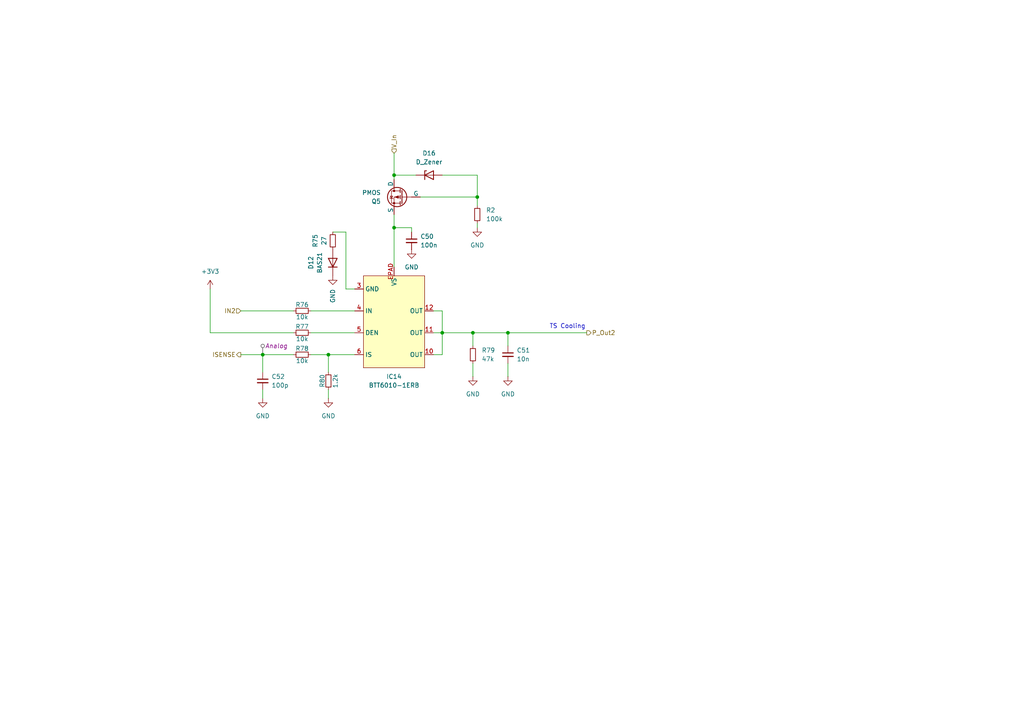
<source format=kicad_sch>
(kicad_sch (version 20231120) (generator "eeschema") (generator_version "8.0")
  (paper "A4")
  (title_block (title "PDU FT25") (date "2024-11-23") (rev "V1.1") (company "Janek Herm") (comment 1 "FaSTTUBe Electronics"))
  (lib_symbols
    (symbol "Device:C_Small" (pin_numbers hide) (pin_names (offset 0.254) hide)
      (property "Reference" "C" (at 0.254 1.778 0))
      (property "Value" "C_Small" (at 0.254 -2.032 0))
      (symbol "C_Small_0_1"
        (polyline (pts (xy -1.524 -0.508) (xy 1.524 -0.508)) (stroke (width 0.3302)))
        (polyline (pts (xy -1.524 0.508) (xy 1.524 0.508)) (stroke (width 0.3048)))
      )
      (symbol "C_Small_1_1"
        (pin passive line (at 0 2.54 270) (length 2.032) (name "~") (number "1"))
        (pin passive line (at 0 -2.54 90) (length 2.032) (name "~") (number "2"))
      )
    )
    (symbol "Device:D_Zener" (pin_numbers hide) (pin_names (offset 1.016) hide)
      (property "Reference" "D" (at 0 2.54 0))
      (property "Value" "D_Zener" (at 0 -2.54 0))
      (symbol "D_Zener_0_1"
        (polyline (pts (xy 1.27 0) (xy -1.27 0)))
        (polyline (pts (xy -1.27 -1.27) (xy -1.27 1.27) (xy -0.762 1.27)) (stroke (width 0.254)))
        (polyline (pts (xy 1.27 -1.27) (xy 1.27 1.27) (xy -1.27 0) (xy 1.27 -1.27)) (stroke (width 0.254)))
      )
      (symbol "D_Zener_1_1"
        (pin passive line (at -3.81 0 0) (length 2.54) (name "K") (number "1"))
        (pin passive line (at 3.81 0 180) (length 2.54) (name "A") (number "2"))
      )
    )
    (symbol "Device:R_Small" (pin_numbers hide) (pin_names (offset 0.254) hide)
      (property "Reference" "R" (at 0.762 0.508 0))
      (property "Value" "R_Small" (at 0.762 -1.016 0))
      (symbol "R_Small_0_1"
        (rectangle (start -0.762 1.778) (end 0.762 -1.778) (stroke (width 0.2032)))
      )
      (symbol "R_Small_1_1"
        (pin passive line (at 0 2.54 270) (length 0.762) (name "~") (number "1"))
        (pin passive line (at 0 -2.54 90) (length 0.762) (name "~") (number "2"))
      )
    )
    (symbol "Diode:BAS21" (pin_numbers hide) (pin_names hide)
      (property "Reference" "D" (at 0 2.54 0))
      (property "Value" "BAS21" (at 0 -2.54 0))
      (symbol "BAS21_0_1"
        (polyline (pts (xy -1.27 1.27) (xy -1.27 -1.27)) (stroke (width 0.254)))
        (polyline (pts (xy 1.27 0) (xy -1.27 0)))
        (polyline (pts (xy 1.27 1.27) (xy 1.27 -1.27) (xy -1.27 0) (xy 1.27 1.27)) (stroke (width 0.254)))
      )
      (symbol "BAS21_1_1"
        (pin passive line (at 3.81 0 180) (length 2.54) (name "A") (number "1"))
        (pin no_connect line (at -1.27 0 0) (length 2.54) hide (name "NC") (number "2"))
        (pin passive line (at -3.81 0 0) (length 2.54) (name "K") (number "3"))
      )
    )
    (symbol "FaSTTUBe_Power-Switches:BTT6010-1ERB"
      (property "Reference" "IC" (at 0.254 -28.956 0))
      (property "Value" "BTT6010-1ERB" (at 0.508 -30.734 0))
      (symbol "BTT6010-1ERB_1_1"
        (rectangle (start -8.89 -1.27) (end 8.89 -27.94) (fill (type background)))
        (pin passive line (at 11.43 -24.13 180) (length 2.54) (name "OUT") (number "10"))
        (pin passive line (at 11.43 -17.78 180) (length 2.54) (name "OUT") (number "11"))
        (pin power_out line (at 11.43 -11.43 180) (length 2.54) (name "OUT") (number "12"))
        (pin output line (at -11.43 -5.08 0) (length 2.54) (name "GND") (number "3"))
        (pin input line (at -11.43 -11.43 0) (length 2.54) (name "IN") (number "4"))
        (pin input line (at -11.43 -17.78 0) (length 2.54) (name "DEN") (number "5"))
        (pin output line (at -11.43 -24.13 0) (length 2.54) (name "IS") (number "6"))
        (pin input line (at 0 1.27 270) (length 2.54) (name "VS") (number "EPAD"))
      )
    )
    (symbol "Simulation_SPICE:PMOS" (pin_numbers hide) (pin_names (offset 0))
      (property "Reference" "Q" (at 5.08 1.27 0))
      (property "Value" "PMOS" (at 5.08 -1.27 0))
      (symbol "PMOS_0_1"
        (polyline (pts (xy 0.254 0) (xy -2.54 0)))
        (polyline (pts (xy 0.254 1.905) (xy 0.254 -1.905)) (stroke (width 0.254)))
        (polyline (pts (xy 0.762 -1.27) (xy 0.762 -2.286)) (stroke (width 0.254)))
        (polyline (pts (xy 0.762 0.508) (xy 0.762 -0.508)) (stroke (width 0.254)))
        (polyline (pts (xy 0.762 2.286) (xy 0.762 1.27)) (stroke (width 0.254)))
        (polyline (pts (xy 2.54 2.54) (xy 2.54 1.778)))
        (polyline (pts (xy 2.54 -2.54) (xy 2.54 0) (xy 0.762 0)))
        (polyline (pts (xy 0.762 1.778) (xy 3.302 1.778) (xy 3.302 -1.778) (xy 0.762 -1.778)))
        (polyline (pts (xy 2.286 0) (xy 1.27 0.381) (xy 1.27 -0.381) (xy 2.286 0)) (fill (type outline)))
        (polyline (pts (xy 2.794 -0.508) (xy 2.921 -0.381) (xy 3.683 -0.381) (xy 3.81 -0.254)))
        (polyline (pts (xy 3.302 -0.381) (xy 2.921 0.254) (xy 3.683 0.254) (xy 3.302 -0.381)))
        (circle (center 1.651 0) (radius 2.794) (stroke (width 0.254)))
        (circle (center 2.54 -1.778) (radius 0.254) (fill (type outline)))
        (circle (center 2.54 1.778) (radius 0.254) (fill (type outline)))
      )
      (symbol "PMOS_1_1"
        (pin passive line (at 2.54 5.08 270) (length 2.54) (name "D") (number "1"))
        (pin input line (at -5.08 0 0) (length 2.54) (name "G") (number "2"))
        (pin passive line (at 2.54 -5.08 90) (length 2.54) (name "S") (number "3"))
      )
    )
    (symbol "power:+3.3V" (power) (pin_numbers hide) (pin_names (offset 0) hide)
      (property "Value" "+3.3V" (at 0 3.556 0))
      (symbol "+3.3V_0_1"
        (polyline (pts (xy -0.762 1.27) (xy 0 2.54)))
        (polyline (pts (xy 0 0) (xy 0 2.54)))
        (polyline (pts (xy 0 2.54) (xy 0.762 1.27)))
      )
      (symbol "+3.3V_1_1"
        (pin power_in line (at 0 0 90) (length 0) (name "~") (number "1"))
      )
    )
    (symbol "power:GND" (power) (pin_numbers hide) (pin_names (offset 0) hide)
      (property "Value" "GND" (at 0 -3.81 0))
      (symbol "GND_0_1"
        (polyline (pts (xy 0 0) (xy 0 -1.27) (xy 1.27 -1.27) (xy 0 -2.54) (xy -1.27 -1.27) (xy 0 -1.27)))
      )
      (symbol "GND_1_1"
        (pin power_in line (at 0 0 270) (length 0) (name "~") (number "1"))
      )
    )
  )
  (junction (at 128.27 96.52))
  (junction (at 76.2 102.87))
  (junction (at 147.32 96.52))
  (junction (at 114.3 50.8))
  (junction (at 95.25 102.87))
  (junction (at 138.43 57.15))
  (junction (at 114.3 66.04))
  (junction (at 137.16 96.52))
  (wire (pts (xy 114.3 66.04) (xy 119.38 66.04)))
  (wire (pts (xy 128.27 102.87) (xy 128.27 96.52)))
  (wire (pts (xy 114.3 50.8) (xy 114.3 52.07)))
  (wire (pts (xy 138.43 64.77) (xy 138.43 66.04)))
  (wire (pts (xy 90.17 102.87) (xy 95.25 102.87)))
  (wire (pts (xy 147.32 96.52) (xy 170.18 96.52)))
  (wire (pts (xy 100.33 67.31) (xy 100.33 83.82)))
  (wire (pts (xy 95.25 113.03) (xy 95.25 115.57)))
  (wire (pts (xy 76.2 113.03) (xy 76.2 115.57)))
  (wire (pts (xy 114.3 66.04) (xy 114.3 77.47)))
  (wire (pts (xy 95.25 102.87) (xy 102.87 102.87)))
  (wire (pts (xy 76.2 102.87) (xy 85.09 102.87)))
  (wire (pts (xy 69.85 90.17) (xy 85.09 90.17)))
  (wire (pts (xy 121.92 57.15) (xy 138.43 57.15)))
  (wire (pts (xy 137.16 96.52) (xy 147.32 96.52)))
  (wire (pts (xy 69.85 102.87) (xy 76.2 102.87)))
  (wire (pts (xy 90.17 96.52) (xy 102.87 96.52)))
  (wire (pts (xy 147.32 105.41) (xy 147.32 109.22)))
  (wire (pts (xy 100.33 67.31) (xy 96.52 67.31)))
  (wire (pts (xy 114.3 50.8) (xy 120.65 50.8)))
  (wire (pts (xy 137.16 96.52) (xy 137.16 100.33)))
  (wire (pts (xy 147.32 96.52) (xy 147.32 100.33)))
  (wire (pts (xy 90.17 90.17) (xy 102.87 90.17)))
  (wire (pts (xy 128.27 50.8) (xy 138.43 50.8)))
  (wire (pts (xy 60.96 96.52) (xy 60.96 83.82)))
  (wire (pts (xy 100.33 83.82) (xy 102.87 83.82)))
  (wire (pts (xy 114.3 62.23) (xy 114.3 66.04)))
  (wire (pts (xy 125.73 102.87) (xy 128.27 102.87)))
  (wire (pts (xy 137.16 105.41) (xy 137.16 109.22)))
  (wire (pts (xy 125.73 90.17) (xy 128.27 90.17)))
  (wire (pts (xy 95.25 102.87) (xy 95.25 107.95)))
  (wire (pts (xy 114.3 44.45) (xy 114.3 50.8)))
  (wire (pts (xy 125.73 96.52) (xy 128.27 96.52)))
  (wire (pts (xy 138.43 57.15) (xy 138.43 59.69)))
  (wire (pts (xy 119.38 66.04) (xy 119.38 67.31)))
  (wire (pts (xy 128.27 90.17) (xy 128.27 96.52)))
  (wire (pts (xy 76.2 102.87) (xy 76.2 107.95)))
  (wire (pts (xy 60.96 96.52) (xy 85.09 96.52)))
  (wire (pts (xy 128.27 96.52) (xy 137.16 96.52)))
  (wire (pts (xy 138.43 50.8) (xy 138.43 57.15)))
  (text "TS Cooling" (at 164.592 94.742 0) (effects (font (size 1.27 1.27))))
  (hierarchical_label "P_Out2" (shape output) (at 170.18 96.52 0))
  (hierarchical_label "ISENSE" (shape output) (at 69.85 102.87 180))
  (hierarchical_label "V_In" (shape input) (at 114.3 44.45 90))
  (hierarchical_label "IN2" (shape input) (at 69.85 90.17 180))
  (netclass_flag "" (length 2.54) (shape round) (at 76.2 102.87 0) (property "Netclass" "Analog" (at 76.8985 100.33 0) (effects (font (italic yes)) (justify left))))
  (symbol (lib_id "Diode:BAS21") (at 96.52 76.2 90) (unit 1)
    (property "Reference" "D12" (at 90.17 76.2 0))
    (property "Value" "BAS21" (at 92.71 76.2 0))
    (property "Footprint" "Package_TO_SOT_SMD:SOT-23" (effects (hide yes)))
    (property "Datasheet" "https://www.diodes.com/assets/Datasheets/Ds12004.pdf" (effects (hide yes)))
    (property "Description" "250V, 0.4A, High-speed Switching Diode, SOT-23" (effects (hide yes)))
  )
  (symbol (lib_id "power:GND") (at 147.32 109.22 0) (unit 1)
    (property "Reference" "#PWR0109" (effects (hide yes)))
    (property "Value" "GND" (at 147.32 114.3 0))
    (property "Description" "Power symbol creates a global label with name \"GND\" , ground" (effects (hide yes)))
  )
  (symbol (lib_id "Device:R_Small") (at 137.16 102.87 0) (unit 1)
    (property "Reference" "R79" (at 139.7 101.5999 0) (effects (justify left)))
    (property "Value" "47k" (at 139.7 104.1399 0) (effects (justify left)))
    (property "Footprint" "Resistor_SMD:R_0603_1608Metric_Pad0.98x0.95mm_HandSolder" (effects (hide yes)))
    (property "Description" "Resistor, small symbol" (effects (hide yes)))
  )
  (symbol (lib_id "power:GND") (at 76.2 115.57 0) (unit 1)
    (property "Reference" "#PWR0110" (effects (hide yes)))
    (property "Value" "GND" (at 76.2 120.65 0))
    (property "Description" "Power symbol creates a global label with name \"GND\" , ground" (effects (hide yes)))
  )
  (symbol (lib_id "Device:C_Small") (at 119.38 69.85 0) (unit 1)
    (property "Reference" "C50" (at 121.92 68.5862 0) (effects (justify left)))
    (property "Value" "100n" (at 121.92 71.1262 0) (effects (justify left)))
    (property "Footprint" "Capacitor_SMD:C_0603_1608Metric_Pad1.08x0.95mm_HandSolder" (effects (hide yes)))
    (property "Description" "Unpolarized capacitor, small symbol" (effects (hide yes)))
  )
  (symbol (lib_id "Simulation_SPICE:PMOS") (at 116.84 57.15 0) (mirror y) (unit 1)
    (property "Reference" "Q5" (at 110.49 58.4201 0) (effects (justify left)))
    (property "Value" "PMOS" (at 110.49 55.8801 0) (effects (justify left)))
    (property "Datasheet" "https://ngspice.sourceforge.io/docs/ngspice-html-manual/manual.xhtml#cha_MOSFETs" (effects (hide yes)))
    (property "Description" "P-MOSFET transistor, drain/source/gate" (effects (hide yes)))
    (property "Sim.Device" "PMOS" (effects (hide yes)))
    (property "Sim.Type" "VDMOS" (effects (hide yes)))
    (property "Sim.Pins" "1=D 2=G 3=S" (effects (hide yes)))
  )
  (symbol (lib_id "Device:R_Small") (at 95.25 110.49 0) (unit 1)
    (property "Reference" "R80" (at 93.472 110.49 90))
    (property "Value" "1.2k" (at 97.282 110.49 90))
    (property "Footprint" "Resistor_SMD:R_0603_1608Metric_Pad0.98x0.95mm_HandSolder" (effects (hide yes)))
    (property "Description" "Resistor, small symbol" (effects (hide yes)))
  )
  (symbol (lib_id "power:+3.3V") (at 60.96 83.82 0) (unit 1)
    (property "Reference" "#PWR0107" (effects (hide yes)))
    (property "Value" "+3V3" (at 60.96 78.74 0))
    (property "Description" "Power symbol creates a global label with name \"+3.3V\"" (effects (hide yes)))
  )
  (symbol (lib_id "Device:R_Small") (at 87.63 90.17 270) (unit 1)
    (property "Reference" "R76" (at 87.63 88.392 90))
    (property "Value" "10k" (at 87.63 91.948 90))
    (property "Footprint" "Resistor_SMD:R_0603_1608Metric_Pad0.98x0.95mm_HandSolder" (effects (hide yes)))
    (property "Description" "Resistor, small symbol" (effects (hide yes)))
  )
  (symbol (lib_id "power:GND") (at 137.16 109.22 0) (unit 1)
    (property "Reference" "#PWR0108" (effects (hide yes)))
    (property "Value" "GND" (at 137.16 114.3 0))
    (property "Description" "Power symbol creates a global label with name \"GND\" , ground" (effects (hide yes)))
  )
  (symbol (lib_id "power:GND") (at 138.43 66.04 0) (unit 1)
    (property "Reference" "#PWR05" (effects (hide yes)))
    (property "Value" "GND" (at 138.43 71.12 0))
    (property "Description" "Power symbol creates a global label with name \"GND\" , ground" (effects (hide yes)))
  )
  (symbol (lib_id "power:GND") (at 119.38 72.39 0) (unit 1)
    (property "Reference" "#PWR04" (effects (hide yes)))
    (property "Value" "GND" (at 119.38 77.47 0))
    (property "Description" "Power symbol creates a global label with name \"GND\" , ground" (effects (hide yes)))
  )
  (symbol (lib_id "Device:D_Zener") (at 124.46 50.8 0) (unit 1)
    (property "Reference" "D16" (at 124.46 44.45 0))
    (property "Value" "D_Zener" (at 124.46 46.99 0))
    (property "Description" "Zener diode" (effects (hide yes)))
  )
  (symbol (lib_id "Device:C_Small") (at 147.32 102.87 0) (unit 1)
    (property "Reference" "C51" (at 149.86 101.6062 0) (effects (justify left)))
    (property "Value" "10n" (at 149.86 104.1462 0) (effects (justify left)))
    (property "Footprint" "Capacitor_SMD:C_0603_1608Metric_Pad1.08x0.95mm_HandSolder" (effects (hide yes)))
    (property "Description" "Unpolarized capacitor, small symbol" (effects (hide yes)))
  )
  (symbol (lib_id "Device:R_Small") (at 87.63 102.87 270) (unit 1)
    (property "Reference" "R78" (at 87.63 101.092 90))
    (property "Value" "10k" (at 87.63 104.648 90))
    (property "Footprint" "Resistor_SMD:R_0603_1608Metric_Pad0.98x0.95mm_HandSolder" (effects (hide yes)))
    (property "Description" "Resistor, small symbol" (effects (hide yes)))
  )
  (symbol (lib_id "power:GND") (at 96.52 80.01 0) (unit 1)
    (property "Reference" "#PWR0106" (effects (hide yes)))
    (property "Value" "GND" (at 96.5199 83.82 90) (effects (justify right)))
    (property "Description" "Power symbol creates a global label with name \"GND\" , ground" (effects (hide yes)))
  )
  (symbol (lib_id "FaSTTUBe_Power-Switches:BTT6010-1ERB") (at 114.3 78.74 0) (unit 1)
    (property "Reference" "IC14" (at 114.3 109.22 0))
    (property "Value" "BTT6010-1ERB" (at 114.3 111.76 0))
    (property "Footprint" "BTT6010-1ERB:SOIC14_BTT6010-1ERB_INF" (effects (hide yes)))
    (property "Datasheet" "https://www.infineon.com/dgdl/Infineon-BTT6010-1ERB-DS-v01_00-EN.pdf?fileId=5546d46269e1c019016a21e80b080d7a" (effects (hide yes)))
  )
  (symbol (lib_id "Device:R_Small") (at 96.52 69.85 180) (unit 1)
    (property "Reference" "R75" (at 91.44 69.85 90))
    (property "Value" "27" (at 93.98 69.85 90))
    (property "Footprint" "Resistor_SMD:R_0603_1608Metric_Pad0.98x0.95mm_HandSolder" (effects (hide yes)))
    (property "Description" "Resistor, small symbol" (effects (hide yes)))
  )
  (symbol (lib_id "Device:R_Small") (at 138.43 62.23 0) (unit 1)
    (property "Reference" "R2" (at 140.97 60.9599 0) (effects (justify left)))
    (property "Value" "100k" (at 140.97 63.4999 0) (effects (justify left)))
    (property "Footprint" "Resistor_SMD:R_0603_1608Metric_Pad0.98x0.95mm_HandSolder" (effects (hide yes)))
    (property "Description" "Resistor, small symbol" (effects (hide yes)))
  )
  (symbol (lib_id "Device:R_Small") (at 87.63 96.52 270) (unit 1)
    (property "Reference" "R77" (at 87.63 94.742 90))
    (property "Value" "10k" (at 87.63 98.298 90))
    (property "Footprint" "Resistor_SMD:R_0603_1608Metric_Pad0.98x0.95mm_HandSolder" (effects (hide yes)))
    (property "Description" "Resistor, small symbol" (effects (hide yes)))
  )
  (symbol (lib_id "Device:C_Small") (at 76.2 110.49 0) (unit 1)
    (property "Reference" "C52" (at 78.74 109.2262 0) (effects (justify left)))
    (property "Value" "100p" (at 78.74 111.7662 0) (effects (justify left)))
    (property "Footprint" "Capacitor_SMD:C_0603_1608Metric_Pad1.08x0.95mm_HandSolder" (effects (hide yes)))
    (property "Description" "Unpolarized capacitor, small symbol" (effects (hide yes)))
  )
  (symbol (lib_id "power:GND") (at 95.25 115.57 0) (unit 1)
    (property "Reference" "#PWR0111" (effects (hide yes)))
    (property "Value" "GND" (at 95.25 120.65 0))
    (property "Description" "Power symbol creates a global label with name \"GND\" , ground" (effects (hide yes)))
  )
)
</source>
